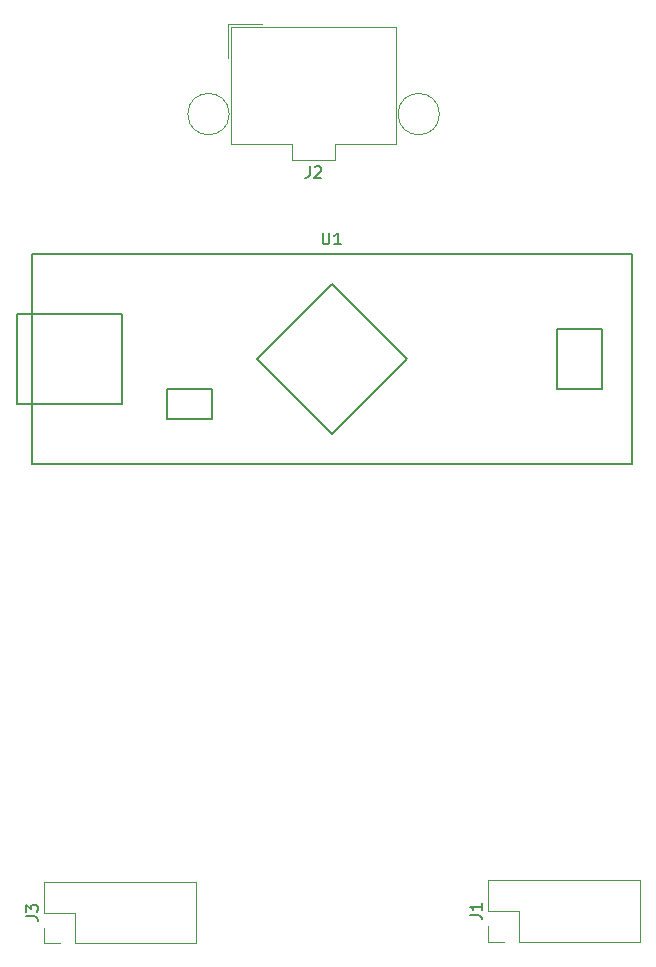
<source format=gbr>
G04 #@! TF.FileFunction,Legend,Top*
%FSLAX46Y46*%
G04 Gerber Fmt 4.6, Leading zero omitted, Abs format (unit mm)*
G04 Created by KiCad (PCBNEW 4.0.7) date 02/25/18 21:17:54*
%MOMM*%
%LPD*%
G01*
G04 APERTURE LIST*
%ADD10C,0.100000*%
%ADD11C,0.120000*%
%ADD12C,0.150000*%
G04 APERTURE END LIST*
D10*
D11*
X81124000Y-46569000D02*
G75*
G03X81124000Y-46569000I-1750000J0D01*
G01*
X98924000Y-46569000D02*
G75*
G03X98924000Y-46569000I-1750000J0D01*
G01*
X88274000Y-39179000D02*
X81274000Y-39179000D01*
X81274000Y-39179000D02*
X81274000Y-49079000D01*
X81274000Y-49079000D02*
X86474000Y-49079000D01*
X86474000Y-49079000D02*
X86474000Y-50479000D01*
X86474000Y-50479000D02*
X88274000Y-50479000D01*
X88274000Y-39179000D02*
X95274000Y-39179000D01*
X95274000Y-39179000D02*
X95274000Y-49079000D01*
X95274000Y-49079000D02*
X90074000Y-49079000D01*
X90074000Y-49079000D02*
X90074000Y-50479000D01*
X90074000Y-50479000D02*
X88274000Y-50479000D01*
X83874000Y-38929000D02*
X81024000Y-38929000D01*
X81024000Y-38929000D02*
X81024000Y-41779000D01*
D12*
X72009000Y-71120000D02*
X72009000Y-63500000D01*
X63119000Y-63500000D02*
X63119000Y-71120000D01*
X72009000Y-63500000D02*
X63119000Y-63500000D01*
X72009000Y-71120000D02*
X63119000Y-71120000D01*
X75819000Y-72390000D02*
X79629000Y-72390000D01*
X79629000Y-72390000D02*
X79629000Y-71120000D01*
X79629000Y-71120000D02*
X79629000Y-69850000D01*
X79629000Y-69850000D02*
X75819000Y-69850000D01*
X75819000Y-69850000D02*
X75819000Y-72390000D01*
X112649000Y-69850000D02*
X108839000Y-69850000D01*
X108839000Y-69850000D02*
X108839000Y-64770000D01*
X108839000Y-64770000D02*
X112649000Y-64770000D01*
X112649000Y-64770000D02*
X112649000Y-69850000D01*
X89789000Y-73660000D02*
X83439000Y-67310000D01*
X83439000Y-67310000D02*
X89789000Y-60960000D01*
X89789000Y-60960000D02*
X96139000Y-67310000D01*
X96139000Y-67310000D02*
X89789000Y-73660000D01*
X64389000Y-58420000D02*
X115189000Y-58420000D01*
X115189000Y-58420000D02*
X115189000Y-76200000D01*
X115189000Y-76200000D02*
X64389000Y-76200000D01*
X64389000Y-76200000D02*
X64389000Y-58420000D01*
D11*
X115884000Y-116646000D02*
X115884000Y-111446000D01*
X105664000Y-116646000D02*
X115884000Y-116646000D01*
X103064000Y-111446000D02*
X115884000Y-111446000D01*
X105664000Y-116646000D02*
X105664000Y-114046000D01*
X105664000Y-114046000D02*
X103064000Y-114046000D01*
X103064000Y-114046000D02*
X103064000Y-111446000D01*
X104394000Y-116646000D02*
X103064000Y-116646000D01*
X103064000Y-116646000D02*
X103064000Y-115316000D01*
X78292000Y-116773000D02*
X78292000Y-111573000D01*
X68072000Y-116773000D02*
X78292000Y-116773000D01*
X65472000Y-111573000D02*
X78292000Y-111573000D01*
X68072000Y-116773000D02*
X68072000Y-114173000D01*
X68072000Y-114173000D02*
X65472000Y-114173000D01*
X65472000Y-114173000D02*
X65472000Y-111573000D01*
X66802000Y-116773000D02*
X65472000Y-116773000D01*
X65472000Y-116773000D02*
X65472000Y-115443000D01*
D12*
X87940667Y-50981381D02*
X87940667Y-51695667D01*
X87893047Y-51838524D01*
X87797809Y-51933762D01*
X87654952Y-51981381D01*
X87559714Y-51981381D01*
X88369238Y-51076619D02*
X88416857Y-51029000D01*
X88512095Y-50981381D01*
X88750191Y-50981381D01*
X88845429Y-51029000D01*
X88893048Y-51076619D01*
X88940667Y-51171857D01*
X88940667Y-51267095D01*
X88893048Y-51409952D01*
X88321619Y-51981381D01*
X88940667Y-51981381D01*
X89027095Y-56602381D02*
X89027095Y-57411905D01*
X89074714Y-57507143D01*
X89122333Y-57554762D01*
X89217571Y-57602381D01*
X89408048Y-57602381D01*
X89503286Y-57554762D01*
X89550905Y-57507143D01*
X89598524Y-57411905D01*
X89598524Y-56602381D01*
X90598524Y-57602381D02*
X90027095Y-57602381D01*
X90312809Y-57602381D02*
X90312809Y-56602381D01*
X90217571Y-56745238D01*
X90122333Y-56840476D01*
X90027095Y-56888095D01*
X101516381Y-114379333D02*
X102230667Y-114379333D01*
X102373524Y-114426953D01*
X102468762Y-114522191D01*
X102516381Y-114665048D01*
X102516381Y-114760286D01*
X102516381Y-113379333D02*
X102516381Y-113950762D01*
X102516381Y-113665048D02*
X101516381Y-113665048D01*
X101659238Y-113760286D01*
X101754476Y-113855524D01*
X101802095Y-113950762D01*
X63924381Y-114506333D02*
X64638667Y-114506333D01*
X64781524Y-114553953D01*
X64876762Y-114649191D01*
X64924381Y-114792048D01*
X64924381Y-114887286D01*
X63924381Y-114125381D02*
X63924381Y-113506333D01*
X64305333Y-113839667D01*
X64305333Y-113696809D01*
X64352952Y-113601571D01*
X64400571Y-113553952D01*
X64495810Y-113506333D01*
X64733905Y-113506333D01*
X64829143Y-113553952D01*
X64876762Y-113601571D01*
X64924381Y-113696809D01*
X64924381Y-113982524D01*
X64876762Y-114077762D01*
X64829143Y-114125381D01*
M02*

</source>
